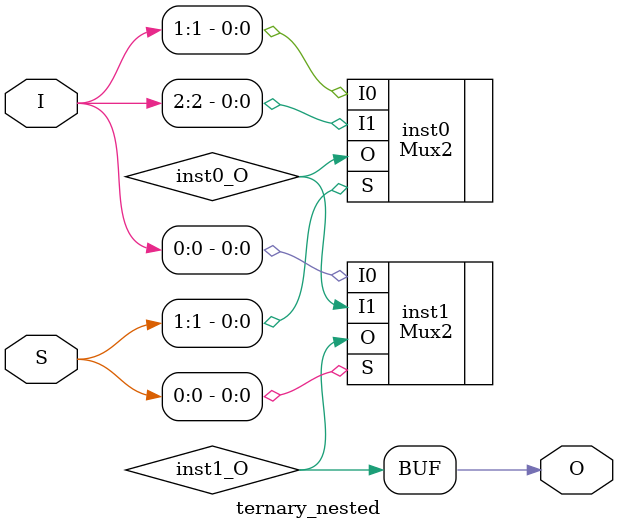
<source format=v>
module ternary_nested (input [3:0] I, input [1:0] S, output  O);
wire  inst0_O;
wire  inst1_O;
Mux2 inst0 (.I0(I[1]), .I1(I[2]), .S(S[1]), .O(inst0_O));
Mux2 inst1 (.I0(I[0]), .I1(inst0_O), .S(S[0]), .O(inst1_O));
assign O = inst1_O;
endmodule


</source>
